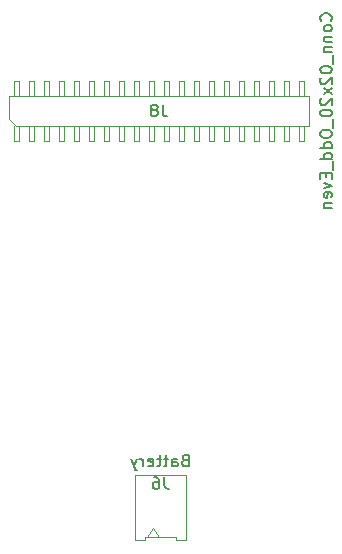
<source format=gbr>
G04 #@! TF.GenerationSoftware,KiCad,Pcbnew,(5.1.6)-1*
G04 #@! TF.CreationDate,2020-11-06T20:37:43+01:00*
G04 #@! TF.ProjectId,DynOSSAT-EDU-EPS,44796e4f-5353-4415-942d-4544552d4550,rev?*
G04 #@! TF.SameCoordinates,Original*
G04 #@! TF.FileFunction,Other,Fab,Bot*
%FSLAX46Y46*%
G04 Gerber Fmt 4.6, Leading zero omitted, Abs format (unit mm)*
G04 Created by KiCad (PCBNEW (5.1.6)-1) date 2020-11-06 20:37:43*
%MOMM*%
%LPD*%
G01*
G04 APERTURE LIST*
%ADD10C,0.100000*%
%ADD11C,0.150000*%
G04 APERTURE END LIST*
D10*
X220824400Y-55155000D02*
X220824400Y-53870000D01*
X220424400Y-55155000D02*
X220824400Y-55155000D01*
X220424400Y-53870000D02*
X220424400Y-55155000D01*
X220824400Y-50045000D02*
X220424400Y-50045000D01*
X220824400Y-51330000D02*
X220824400Y-50045000D01*
X220424400Y-50045000D02*
X220424400Y-51330000D01*
X219554400Y-55155000D02*
X219554400Y-53870000D01*
X219154400Y-55155000D02*
X219554400Y-55155000D01*
X219154400Y-53870000D02*
X219154400Y-55155000D01*
X219554400Y-50045000D02*
X219154400Y-50045000D01*
X219554400Y-51330000D02*
X219554400Y-50045000D01*
X219154400Y-50045000D02*
X219154400Y-51330000D01*
X218284400Y-55155000D02*
X218284400Y-53870000D01*
X217884400Y-55155000D02*
X218284400Y-55155000D01*
X217884400Y-53870000D02*
X217884400Y-55155000D01*
X218284400Y-50045000D02*
X217884400Y-50045000D01*
X218284400Y-51330000D02*
X218284400Y-50045000D01*
X217884400Y-50045000D02*
X217884400Y-51330000D01*
X217014400Y-55155000D02*
X217014400Y-53870000D01*
X216614400Y-55155000D02*
X217014400Y-55155000D01*
X216614400Y-53870000D02*
X216614400Y-55155000D01*
X217014400Y-50045000D02*
X216614400Y-50045000D01*
X217014400Y-51330000D02*
X217014400Y-50045000D01*
X216614400Y-50045000D02*
X216614400Y-51330000D01*
X215744400Y-55155000D02*
X215744400Y-53870000D01*
X215344400Y-55155000D02*
X215744400Y-55155000D01*
X215344400Y-53870000D02*
X215344400Y-55155000D01*
X215744400Y-50045000D02*
X215344400Y-50045000D01*
X215744400Y-51330000D02*
X215744400Y-50045000D01*
X215344400Y-50045000D02*
X215344400Y-51330000D01*
X214474400Y-55155000D02*
X214474400Y-53870000D01*
X214074400Y-55155000D02*
X214474400Y-55155000D01*
X214074400Y-53870000D02*
X214074400Y-55155000D01*
X214474400Y-50045000D02*
X214074400Y-50045000D01*
X214474400Y-51330000D02*
X214474400Y-50045000D01*
X214074400Y-50045000D02*
X214074400Y-51330000D01*
X213204400Y-55155000D02*
X213204400Y-53870000D01*
X212804400Y-55155000D02*
X213204400Y-55155000D01*
X212804400Y-53870000D02*
X212804400Y-55155000D01*
X213204400Y-50045000D02*
X212804400Y-50045000D01*
X213204400Y-51330000D02*
X213204400Y-50045000D01*
X212804400Y-50045000D02*
X212804400Y-51330000D01*
X211934400Y-55155000D02*
X211934400Y-53870000D01*
X211534400Y-55155000D02*
X211934400Y-55155000D01*
X211534400Y-53870000D02*
X211534400Y-55155000D01*
X211934400Y-50045000D02*
X211534400Y-50045000D01*
X211934400Y-51330000D02*
X211934400Y-50045000D01*
X211534400Y-50045000D02*
X211534400Y-51330000D01*
X210664400Y-55155000D02*
X210664400Y-53870000D01*
X210264400Y-55155000D02*
X210664400Y-55155000D01*
X210264400Y-53870000D02*
X210264400Y-55155000D01*
X210664400Y-50045000D02*
X210264400Y-50045000D01*
X210664400Y-51330000D02*
X210664400Y-50045000D01*
X210264400Y-50045000D02*
X210264400Y-51330000D01*
X209394400Y-55155000D02*
X209394400Y-53870000D01*
X208994400Y-55155000D02*
X209394400Y-55155000D01*
X208994400Y-53870000D02*
X208994400Y-55155000D01*
X209394400Y-50045000D02*
X208994400Y-50045000D01*
X209394400Y-51330000D02*
X209394400Y-50045000D01*
X208994400Y-50045000D02*
X208994400Y-51330000D01*
X208124400Y-55155000D02*
X208124400Y-53870000D01*
X207724400Y-55155000D02*
X208124400Y-55155000D01*
X207724400Y-53870000D02*
X207724400Y-55155000D01*
X208124400Y-50045000D02*
X207724400Y-50045000D01*
X208124400Y-51330000D02*
X208124400Y-50045000D01*
X207724400Y-50045000D02*
X207724400Y-51330000D01*
X206854400Y-55155000D02*
X206854400Y-53870000D01*
X206454400Y-55155000D02*
X206854400Y-55155000D01*
X206454400Y-53870000D02*
X206454400Y-55155000D01*
X206854400Y-50045000D02*
X206454400Y-50045000D01*
X206854400Y-51330000D02*
X206854400Y-50045000D01*
X206454400Y-50045000D02*
X206454400Y-51330000D01*
X205584400Y-55155000D02*
X205584400Y-53870000D01*
X205184400Y-55155000D02*
X205584400Y-55155000D01*
X205184400Y-53870000D02*
X205184400Y-55155000D01*
X205584400Y-50045000D02*
X205184400Y-50045000D01*
X205584400Y-51330000D02*
X205584400Y-50045000D01*
X205184400Y-50045000D02*
X205184400Y-51330000D01*
X204314400Y-55155000D02*
X204314400Y-53870000D01*
X203914400Y-55155000D02*
X204314400Y-55155000D01*
X203914400Y-53870000D02*
X203914400Y-55155000D01*
X204314400Y-50045000D02*
X203914400Y-50045000D01*
X204314400Y-51330000D02*
X204314400Y-50045000D01*
X203914400Y-50045000D02*
X203914400Y-51330000D01*
X203044400Y-55155000D02*
X203044400Y-53870000D01*
X202644400Y-55155000D02*
X203044400Y-55155000D01*
X202644400Y-53870000D02*
X202644400Y-55155000D01*
X203044400Y-50045000D02*
X202644400Y-50045000D01*
X203044400Y-51330000D02*
X203044400Y-50045000D01*
X202644400Y-50045000D02*
X202644400Y-51330000D01*
X201774400Y-55155000D02*
X201774400Y-53870000D01*
X201374400Y-55155000D02*
X201774400Y-55155000D01*
X201374400Y-53870000D02*
X201374400Y-55155000D01*
X201774400Y-50045000D02*
X201374400Y-50045000D01*
X201774400Y-51330000D02*
X201774400Y-50045000D01*
X201374400Y-50045000D02*
X201374400Y-51330000D01*
X200504400Y-55155000D02*
X200504400Y-53870000D01*
X200104400Y-55155000D02*
X200504400Y-55155000D01*
X200104400Y-53870000D02*
X200104400Y-55155000D01*
X200504400Y-50045000D02*
X200104400Y-50045000D01*
X200504400Y-51330000D02*
X200504400Y-50045000D01*
X200104400Y-50045000D02*
X200104400Y-51330000D01*
X199234400Y-55155000D02*
X199234400Y-53870000D01*
X198834400Y-55155000D02*
X199234400Y-55155000D01*
X198834400Y-53870000D02*
X198834400Y-55155000D01*
X199234400Y-50045000D02*
X198834400Y-50045000D01*
X199234400Y-51330000D02*
X199234400Y-50045000D01*
X198834400Y-50045000D02*
X198834400Y-51330000D01*
X197964400Y-55155000D02*
X197964400Y-53870000D01*
X197564400Y-55155000D02*
X197964400Y-55155000D01*
X197564400Y-53870000D02*
X197564400Y-55155000D01*
X197964400Y-50045000D02*
X197564400Y-50045000D01*
X197964400Y-51330000D02*
X197964400Y-50045000D01*
X197564400Y-50045000D02*
X197564400Y-51330000D01*
X196694400Y-55155000D02*
X196694400Y-53870000D01*
X196294400Y-55155000D02*
X196694400Y-55155000D01*
X196294400Y-53870000D02*
X196294400Y-55155000D01*
X196694400Y-50045000D02*
X196294400Y-50045000D01*
X196694400Y-51330000D02*
X196694400Y-50045000D01*
X196294400Y-50045000D02*
X196294400Y-51330000D01*
X221259400Y-51330000D02*
X195859400Y-51330000D01*
X221259400Y-53870000D02*
X221259400Y-51330000D01*
X196494400Y-53870000D02*
X221259400Y-53870000D01*
X195859400Y-53235000D02*
X196494400Y-53870000D01*
X195859400Y-51330000D02*
X195859400Y-53235000D01*
X210833400Y-83434000D02*
X208708400Y-83434000D01*
X210833400Y-88934000D02*
X210833400Y-83434000D01*
X209983400Y-88934000D02*
X210833400Y-88934000D01*
X209983400Y-88634000D02*
X209983400Y-88934000D01*
X208708400Y-88634000D02*
X209983400Y-88634000D01*
X206583400Y-83434000D02*
X208708400Y-83434000D01*
X206583400Y-88934000D02*
X206583400Y-83434000D01*
X207433400Y-88934000D02*
X206583400Y-88934000D01*
X207433400Y-88634000D02*
X207433400Y-88934000D01*
X208708400Y-88634000D02*
X207433400Y-88634000D01*
X208083400Y-87926893D02*
X208583400Y-88634000D01*
X207583400Y-88634000D02*
X208083400Y-87926893D01*
D11*
X223116542Y-44957142D02*
X223164161Y-44909523D01*
X223211780Y-44766666D01*
X223211780Y-44671428D01*
X223164161Y-44528571D01*
X223068923Y-44433333D01*
X222973685Y-44385714D01*
X222783209Y-44338095D01*
X222640352Y-44338095D01*
X222449876Y-44385714D01*
X222354638Y-44433333D01*
X222259400Y-44528571D01*
X222211780Y-44671428D01*
X222211780Y-44766666D01*
X222259400Y-44909523D01*
X222307019Y-44957142D01*
X223211780Y-45528571D02*
X223164161Y-45433333D01*
X223116542Y-45385714D01*
X223021304Y-45338095D01*
X222735590Y-45338095D01*
X222640352Y-45385714D01*
X222592733Y-45433333D01*
X222545114Y-45528571D01*
X222545114Y-45671428D01*
X222592733Y-45766666D01*
X222640352Y-45814285D01*
X222735590Y-45861904D01*
X223021304Y-45861904D01*
X223116542Y-45814285D01*
X223164161Y-45766666D01*
X223211780Y-45671428D01*
X223211780Y-45528571D01*
X222545114Y-46290476D02*
X223211780Y-46290476D01*
X222640352Y-46290476D02*
X222592733Y-46338095D01*
X222545114Y-46433333D01*
X222545114Y-46576190D01*
X222592733Y-46671428D01*
X222687971Y-46719047D01*
X223211780Y-46719047D01*
X222545114Y-47195238D02*
X223211780Y-47195238D01*
X222640352Y-47195238D02*
X222592733Y-47242857D01*
X222545114Y-47338095D01*
X222545114Y-47480952D01*
X222592733Y-47576190D01*
X222687971Y-47623809D01*
X223211780Y-47623809D01*
X223307019Y-47861904D02*
X223307019Y-48623809D01*
X222211780Y-49052380D02*
X222211780Y-49147619D01*
X222259400Y-49242857D01*
X222307019Y-49290476D01*
X222402257Y-49338095D01*
X222592733Y-49385714D01*
X222830828Y-49385714D01*
X223021304Y-49338095D01*
X223116542Y-49290476D01*
X223164161Y-49242857D01*
X223211780Y-49147619D01*
X223211780Y-49052380D01*
X223164161Y-48957142D01*
X223116542Y-48909523D01*
X223021304Y-48861904D01*
X222830828Y-48814285D01*
X222592733Y-48814285D01*
X222402257Y-48861904D01*
X222307019Y-48909523D01*
X222259400Y-48957142D01*
X222211780Y-49052380D01*
X222307019Y-49766666D02*
X222259400Y-49814285D01*
X222211780Y-49909523D01*
X222211780Y-50147619D01*
X222259400Y-50242857D01*
X222307019Y-50290476D01*
X222402257Y-50338095D01*
X222497495Y-50338095D01*
X222640352Y-50290476D01*
X223211780Y-49719047D01*
X223211780Y-50338095D01*
X223211780Y-50671428D02*
X222545114Y-51195238D01*
X222545114Y-50671428D02*
X223211780Y-51195238D01*
X222307019Y-51528571D02*
X222259400Y-51576190D01*
X222211780Y-51671428D01*
X222211780Y-51909523D01*
X222259400Y-52004761D01*
X222307019Y-52052380D01*
X222402257Y-52100000D01*
X222497495Y-52100000D01*
X222640352Y-52052380D01*
X223211780Y-51480952D01*
X223211780Y-52100000D01*
X222211780Y-52719047D02*
X222211780Y-52814285D01*
X222259400Y-52909523D01*
X222307019Y-52957142D01*
X222402257Y-53004761D01*
X222592733Y-53052380D01*
X222830828Y-53052380D01*
X223021304Y-53004761D01*
X223116542Y-52957142D01*
X223164161Y-52909523D01*
X223211780Y-52814285D01*
X223211780Y-52719047D01*
X223164161Y-52623809D01*
X223116542Y-52576190D01*
X223021304Y-52528571D01*
X222830828Y-52480952D01*
X222592733Y-52480952D01*
X222402257Y-52528571D01*
X222307019Y-52576190D01*
X222259400Y-52623809D01*
X222211780Y-52719047D01*
X223307019Y-53242857D02*
X223307019Y-54004761D01*
X222211780Y-54433333D02*
X222211780Y-54623809D01*
X222259400Y-54719047D01*
X222354638Y-54814285D01*
X222545114Y-54861904D01*
X222878447Y-54861904D01*
X223068923Y-54814285D01*
X223164161Y-54719047D01*
X223211780Y-54623809D01*
X223211780Y-54433333D01*
X223164161Y-54338095D01*
X223068923Y-54242857D01*
X222878447Y-54195238D01*
X222545114Y-54195238D01*
X222354638Y-54242857D01*
X222259400Y-54338095D01*
X222211780Y-54433333D01*
X223211780Y-55719047D02*
X222211780Y-55719047D01*
X223164161Y-55719047D02*
X223211780Y-55623809D01*
X223211780Y-55433333D01*
X223164161Y-55338095D01*
X223116542Y-55290476D01*
X223021304Y-55242857D01*
X222735590Y-55242857D01*
X222640352Y-55290476D01*
X222592733Y-55338095D01*
X222545114Y-55433333D01*
X222545114Y-55623809D01*
X222592733Y-55719047D01*
X223211780Y-56623809D02*
X222211780Y-56623809D01*
X223164161Y-56623809D02*
X223211780Y-56528571D01*
X223211780Y-56338095D01*
X223164161Y-56242857D01*
X223116542Y-56195238D01*
X223021304Y-56147619D01*
X222735590Y-56147619D01*
X222640352Y-56195238D01*
X222592733Y-56242857D01*
X222545114Y-56338095D01*
X222545114Y-56528571D01*
X222592733Y-56623809D01*
X223307019Y-56861904D02*
X223307019Y-57623809D01*
X222687971Y-57861904D02*
X222687971Y-58195238D01*
X223211780Y-58338095D02*
X223211780Y-57861904D01*
X222211780Y-57861904D01*
X222211780Y-58338095D01*
X222545114Y-58671428D02*
X223211780Y-58909523D01*
X222545114Y-59147619D01*
X223164161Y-59909523D02*
X223211780Y-59814285D01*
X223211780Y-59623809D01*
X223164161Y-59528571D01*
X223068923Y-59480952D01*
X222687971Y-59480952D01*
X222592733Y-59528571D01*
X222545114Y-59623809D01*
X222545114Y-59814285D01*
X222592733Y-59909523D01*
X222687971Y-59957142D01*
X222783209Y-59957142D01*
X222878447Y-59480952D01*
X222545114Y-60385714D02*
X223211780Y-60385714D01*
X222640352Y-60385714D02*
X222592733Y-60433333D01*
X222545114Y-60528571D01*
X222545114Y-60671428D01*
X222592733Y-60766666D01*
X222687971Y-60814285D01*
X223211780Y-60814285D01*
X208892733Y-52052380D02*
X208892733Y-52766666D01*
X208940352Y-52909523D01*
X209035590Y-53004761D01*
X209178447Y-53052380D01*
X209273685Y-53052380D01*
X208273685Y-52480952D02*
X208368923Y-52433333D01*
X208416542Y-52385714D01*
X208464161Y-52290476D01*
X208464161Y-52242857D01*
X208416542Y-52147619D01*
X208368923Y-52100000D01*
X208273685Y-52052380D01*
X208083209Y-52052380D01*
X207987971Y-52100000D01*
X207940352Y-52147619D01*
X207892733Y-52242857D01*
X207892733Y-52290476D01*
X207940352Y-52385714D01*
X207987971Y-52433333D01*
X208083209Y-52480952D01*
X208273685Y-52480952D01*
X208368923Y-52528571D01*
X208416542Y-52576190D01*
X208464161Y-52671428D01*
X208464161Y-52861904D01*
X208416542Y-52957142D01*
X208368923Y-53004761D01*
X208273685Y-53052380D01*
X208083209Y-53052380D01*
X207987971Y-53004761D01*
X207940352Y-52957142D01*
X207892733Y-52861904D01*
X207892733Y-52671428D01*
X207940352Y-52576190D01*
X207987971Y-52528571D01*
X208083209Y-52480952D01*
X210774828Y-82162571D02*
X210631971Y-82210190D01*
X210584352Y-82257809D01*
X210536733Y-82353047D01*
X210536733Y-82495904D01*
X210584352Y-82591142D01*
X210631971Y-82638761D01*
X210727209Y-82686380D01*
X211108161Y-82686380D01*
X211108161Y-81686380D01*
X210774828Y-81686380D01*
X210679590Y-81734000D01*
X210631971Y-81781619D01*
X210584352Y-81876857D01*
X210584352Y-81972095D01*
X210631971Y-82067333D01*
X210679590Y-82114952D01*
X210774828Y-82162571D01*
X211108161Y-82162571D01*
X209679590Y-82686380D02*
X209679590Y-82162571D01*
X209727209Y-82067333D01*
X209822447Y-82019714D01*
X210012923Y-82019714D01*
X210108161Y-82067333D01*
X209679590Y-82638761D02*
X209774828Y-82686380D01*
X210012923Y-82686380D01*
X210108161Y-82638761D01*
X210155780Y-82543523D01*
X210155780Y-82448285D01*
X210108161Y-82353047D01*
X210012923Y-82305428D01*
X209774828Y-82305428D01*
X209679590Y-82257809D01*
X209346257Y-82019714D02*
X208965304Y-82019714D01*
X209203400Y-81686380D02*
X209203400Y-82543523D01*
X209155780Y-82638761D01*
X209060542Y-82686380D01*
X208965304Y-82686380D01*
X208774828Y-82019714D02*
X208393876Y-82019714D01*
X208631971Y-81686380D02*
X208631971Y-82543523D01*
X208584352Y-82638761D01*
X208489114Y-82686380D01*
X208393876Y-82686380D01*
X207679590Y-82638761D02*
X207774828Y-82686380D01*
X207965304Y-82686380D01*
X208060542Y-82638761D01*
X208108161Y-82543523D01*
X208108161Y-82162571D01*
X208060542Y-82067333D01*
X207965304Y-82019714D01*
X207774828Y-82019714D01*
X207679590Y-82067333D01*
X207631971Y-82162571D01*
X207631971Y-82257809D01*
X208108161Y-82353047D01*
X207203400Y-82686380D02*
X207203400Y-82019714D01*
X207203400Y-82210190D02*
X207155780Y-82114952D01*
X207108161Y-82067333D01*
X207012923Y-82019714D01*
X206917685Y-82019714D01*
X206679590Y-82019714D02*
X206441495Y-82686380D01*
X206203400Y-82019714D02*
X206441495Y-82686380D01*
X206536733Y-82924476D01*
X206584352Y-82972095D01*
X206679590Y-83019714D01*
X209036733Y-83586380D02*
X209036733Y-84300666D01*
X209084352Y-84443523D01*
X209179590Y-84538761D01*
X209322447Y-84586380D01*
X209417685Y-84586380D01*
X208131971Y-83586380D02*
X208322447Y-83586380D01*
X208417685Y-83634000D01*
X208465304Y-83681619D01*
X208560542Y-83824476D01*
X208608161Y-84014952D01*
X208608161Y-84395904D01*
X208560542Y-84491142D01*
X208512923Y-84538761D01*
X208417685Y-84586380D01*
X208227209Y-84586380D01*
X208131971Y-84538761D01*
X208084352Y-84491142D01*
X208036733Y-84395904D01*
X208036733Y-84157809D01*
X208084352Y-84062571D01*
X208131971Y-84014952D01*
X208227209Y-83967333D01*
X208417685Y-83967333D01*
X208512923Y-84014952D01*
X208560542Y-84062571D01*
X208608161Y-84157809D01*
M02*

</source>
